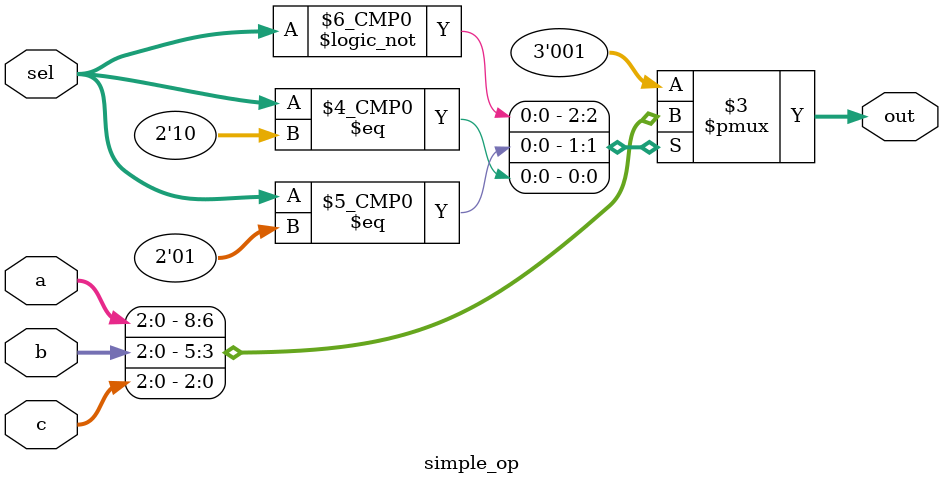
<source format=v>

module simple_op(a,b,c,sel,out);
    input [2:0] a,b,c;
    input [1:0] sel;
    output reg [2:0] out;
	
	
always @(*)
begin
    case(sel)
        2'b00   :   out = a;
        2'b01   :   out = b;
        2'b10   :   out = c;
        default :   out = 0;
        default :   out = 1;
    endcase
end 
endmodule 
</source>
